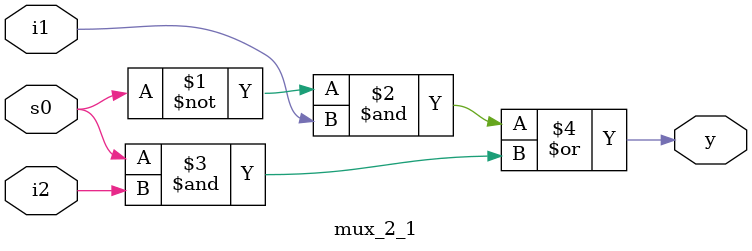
<source format=v>

module mux_2_1(input i1,i2,s0, output y);
	assign y=(~s0&i1)|(s0&i2);
endmodule 

</source>
